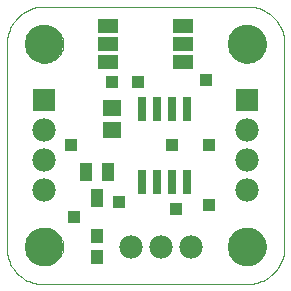
<source format=gts>
G75*
G70*
%OFA0B0*%
%FSLAX24Y24*%
%IPPOS*%
%LPD*%
%AMOC8*
5,1,8,0,0,1.08239X$1,22.5*
%
%ADD10C,0.0000*%
%ADD11C,0.1290*%
%ADD12R,0.0780X0.0780*%
%ADD13C,0.0780*%
%ADD14R,0.0434X0.0473*%
%ADD15R,0.0300X0.0840*%
%ADD16R,0.0670X0.0500*%
%ADD17R,0.0434X0.0591*%
%ADD18R,0.0631X0.0552*%
%ADD19R,0.0396X0.0396*%
D10*
X000536Y001785D02*
X000534Y001719D01*
X000536Y001653D01*
X000542Y001587D01*
X000551Y001521D01*
X000564Y001456D01*
X000581Y001391D01*
X000601Y001328D01*
X000625Y001266D01*
X000652Y001206D01*
X000683Y001147D01*
X000717Y001089D01*
X000754Y001034D01*
X000794Y000981D01*
X000837Y000931D01*
X000882Y000882D01*
X000931Y000837D01*
X000981Y000794D01*
X001034Y000754D01*
X001089Y000717D01*
X001147Y000683D01*
X001206Y000652D01*
X001266Y000625D01*
X001328Y000601D01*
X001391Y000581D01*
X001456Y000564D01*
X001521Y000551D01*
X001587Y000542D01*
X001653Y000536D01*
X001719Y000534D01*
X001785Y000536D01*
X001785Y000535D02*
X008535Y000535D01*
X008603Y000537D01*
X008670Y000542D01*
X008737Y000551D01*
X008804Y000564D01*
X008869Y000581D01*
X008934Y000600D01*
X008998Y000624D01*
X009060Y000651D01*
X009121Y000681D01*
X009179Y000714D01*
X009236Y000750D01*
X009291Y000790D01*
X009344Y000832D01*
X009395Y000878D01*
X009442Y000925D01*
X009488Y000976D01*
X009530Y001029D01*
X009570Y001084D01*
X009606Y001141D01*
X009639Y001199D01*
X009669Y001260D01*
X009696Y001322D01*
X009720Y001386D01*
X009739Y001451D01*
X009756Y001516D01*
X009769Y001583D01*
X009778Y001650D01*
X009783Y001717D01*
X009785Y001785D01*
X009785Y008535D01*
X009783Y008603D01*
X009778Y008670D01*
X009769Y008737D01*
X009756Y008804D01*
X009739Y008869D01*
X009720Y008934D01*
X009696Y008998D01*
X009669Y009060D01*
X009639Y009121D01*
X009606Y009179D01*
X009570Y009236D01*
X009530Y009291D01*
X009488Y009344D01*
X009442Y009395D01*
X009395Y009442D01*
X009344Y009488D01*
X009291Y009530D01*
X009236Y009570D01*
X009179Y009606D01*
X009121Y009639D01*
X009060Y009669D01*
X008998Y009696D01*
X008934Y009720D01*
X008869Y009739D01*
X008804Y009756D01*
X008737Y009769D01*
X008670Y009778D01*
X008603Y009783D01*
X008535Y009785D01*
X001785Y009785D01*
X001160Y008535D02*
X001162Y008585D01*
X001168Y008634D01*
X001178Y008683D01*
X001191Y008730D01*
X001209Y008777D01*
X001230Y008822D01*
X001254Y008865D01*
X001282Y008906D01*
X001313Y008945D01*
X001347Y008981D01*
X001384Y009015D01*
X001424Y009045D01*
X001465Y009072D01*
X001509Y009096D01*
X001554Y009116D01*
X001601Y009132D01*
X001649Y009145D01*
X001698Y009154D01*
X001748Y009159D01*
X001797Y009160D01*
X001847Y009157D01*
X001896Y009150D01*
X001945Y009139D01*
X001992Y009125D01*
X002038Y009106D01*
X002083Y009084D01*
X002126Y009059D01*
X002166Y009030D01*
X002204Y008998D01*
X002240Y008964D01*
X002273Y008926D01*
X002302Y008886D01*
X002328Y008844D01*
X002351Y008800D01*
X002370Y008754D01*
X002386Y008707D01*
X002398Y008658D01*
X002406Y008609D01*
X002410Y008560D01*
X002410Y008510D01*
X002406Y008461D01*
X002398Y008412D01*
X002386Y008363D01*
X002370Y008316D01*
X002351Y008270D01*
X002328Y008226D01*
X002302Y008184D01*
X002273Y008144D01*
X002240Y008106D01*
X002204Y008072D01*
X002166Y008040D01*
X002126Y008011D01*
X002083Y007986D01*
X002038Y007964D01*
X001992Y007945D01*
X001945Y007931D01*
X001896Y007920D01*
X001847Y007913D01*
X001797Y007910D01*
X001748Y007911D01*
X001698Y007916D01*
X001649Y007925D01*
X001601Y007938D01*
X001554Y007954D01*
X001509Y007974D01*
X001465Y007998D01*
X001424Y008025D01*
X001384Y008055D01*
X001347Y008089D01*
X001313Y008125D01*
X001282Y008164D01*
X001254Y008205D01*
X001230Y008248D01*
X001209Y008293D01*
X001191Y008340D01*
X001178Y008387D01*
X001168Y008436D01*
X001162Y008485D01*
X001160Y008535D01*
X000535Y008535D02*
X000535Y001785D01*
X001160Y001785D02*
X001162Y001835D01*
X001168Y001884D01*
X001178Y001933D01*
X001191Y001980D01*
X001209Y002027D01*
X001230Y002072D01*
X001254Y002115D01*
X001282Y002156D01*
X001313Y002195D01*
X001347Y002231D01*
X001384Y002265D01*
X001424Y002295D01*
X001465Y002322D01*
X001509Y002346D01*
X001554Y002366D01*
X001601Y002382D01*
X001649Y002395D01*
X001698Y002404D01*
X001748Y002409D01*
X001797Y002410D01*
X001847Y002407D01*
X001896Y002400D01*
X001945Y002389D01*
X001992Y002375D01*
X002038Y002356D01*
X002083Y002334D01*
X002126Y002309D01*
X002166Y002280D01*
X002204Y002248D01*
X002240Y002214D01*
X002273Y002176D01*
X002302Y002136D01*
X002328Y002094D01*
X002351Y002050D01*
X002370Y002004D01*
X002386Y001957D01*
X002398Y001908D01*
X002406Y001859D01*
X002410Y001810D01*
X002410Y001760D01*
X002406Y001711D01*
X002398Y001662D01*
X002386Y001613D01*
X002370Y001566D01*
X002351Y001520D01*
X002328Y001476D01*
X002302Y001434D01*
X002273Y001394D01*
X002240Y001356D01*
X002204Y001322D01*
X002166Y001290D01*
X002126Y001261D01*
X002083Y001236D01*
X002038Y001214D01*
X001992Y001195D01*
X001945Y001181D01*
X001896Y001170D01*
X001847Y001163D01*
X001797Y001160D01*
X001748Y001161D01*
X001698Y001166D01*
X001649Y001175D01*
X001601Y001188D01*
X001554Y001204D01*
X001509Y001224D01*
X001465Y001248D01*
X001424Y001275D01*
X001384Y001305D01*
X001347Y001339D01*
X001313Y001375D01*
X001282Y001414D01*
X001254Y001455D01*
X001230Y001498D01*
X001209Y001543D01*
X001191Y001590D01*
X001178Y001637D01*
X001168Y001686D01*
X001162Y001735D01*
X001160Y001785D01*
X000535Y008535D02*
X000537Y008603D01*
X000542Y008670D01*
X000551Y008737D01*
X000564Y008804D01*
X000581Y008869D01*
X000600Y008934D01*
X000624Y008998D01*
X000651Y009060D01*
X000681Y009121D01*
X000714Y009179D01*
X000750Y009236D01*
X000790Y009291D01*
X000832Y009344D01*
X000878Y009395D01*
X000925Y009442D01*
X000976Y009488D01*
X001029Y009530D01*
X001084Y009570D01*
X001141Y009606D01*
X001199Y009639D01*
X001260Y009669D01*
X001322Y009696D01*
X001386Y009720D01*
X001451Y009739D01*
X001516Y009756D01*
X001583Y009769D01*
X001650Y009778D01*
X001717Y009783D01*
X001785Y009785D01*
X007910Y008535D02*
X007912Y008585D01*
X007918Y008634D01*
X007928Y008683D01*
X007941Y008730D01*
X007959Y008777D01*
X007980Y008822D01*
X008004Y008865D01*
X008032Y008906D01*
X008063Y008945D01*
X008097Y008981D01*
X008134Y009015D01*
X008174Y009045D01*
X008215Y009072D01*
X008259Y009096D01*
X008304Y009116D01*
X008351Y009132D01*
X008399Y009145D01*
X008448Y009154D01*
X008498Y009159D01*
X008547Y009160D01*
X008597Y009157D01*
X008646Y009150D01*
X008695Y009139D01*
X008742Y009125D01*
X008788Y009106D01*
X008833Y009084D01*
X008876Y009059D01*
X008916Y009030D01*
X008954Y008998D01*
X008990Y008964D01*
X009023Y008926D01*
X009052Y008886D01*
X009078Y008844D01*
X009101Y008800D01*
X009120Y008754D01*
X009136Y008707D01*
X009148Y008658D01*
X009156Y008609D01*
X009160Y008560D01*
X009160Y008510D01*
X009156Y008461D01*
X009148Y008412D01*
X009136Y008363D01*
X009120Y008316D01*
X009101Y008270D01*
X009078Y008226D01*
X009052Y008184D01*
X009023Y008144D01*
X008990Y008106D01*
X008954Y008072D01*
X008916Y008040D01*
X008876Y008011D01*
X008833Y007986D01*
X008788Y007964D01*
X008742Y007945D01*
X008695Y007931D01*
X008646Y007920D01*
X008597Y007913D01*
X008547Y007910D01*
X008498Y007911D01*
X008448Y007916D01*
X008399Y007925D01*
X008351Y007938D01*
X008304Y007954D01*
X008259Y007974D01*
X008215Y007998D01*
X008174Y008025D01*
X008134Y008055D01*
X008097Y008089D01*
X008063Y008125D01*
X008032Y008164D01*
X008004Y008205D01*
X007980Y008248D01*
X007959Y008293D01*
X007941Y008340D01*
X007928Y008387D01*
X007918Y008436D01*
X007912Y008485D01*
X007910Y008535D01*
X007910Y001785D02*
X007912Y001835D01*
X007918Y001884D01*
X007928Y001933D01*
X007941Y001980D01*
X007959Y002027D01*
X007980Y002072D01*
X008004Y002115D01*
X008032Y002156D01*
X008063Y002195D01*
X008097Y002231D01*
X008134Y002265D01*
X008174Y002295D01*
X008215Y002322D01*
X008259Y002346D01*
X008304Y002366D01*
X008351Y002382D01*
X008399Y002395D01*
X008448Y002404D01*
X008498Y002409D01*
X008547Y002410D01*
X008597Y002407D01*
X008646Y002400D01*
X008695Y002389D01*
X008742Y002375D01*
X008788Y002356D01*
X008833Y002334D01*
X008876Y002309D01*
X008916Y002280D01*
X008954Y002248D01*
X008990Y002214D01*
X009023Y002176D01*
X009052Y002136D01*
X009078Y002094D01*
X009101Y002050D01*
X009120Y002004D01*
X009136Y001957D01*
X009148Y001908D01*
X009156Y001859D01*
X009160Y001810D01*
X009160Y001760D01*
X009156Y001711D01*
X009148Y001662D01*
X009136Y001613D01*
X009120Y001566D01*
X009101Y001520D01*
X009078Y001476D01*
X009052Y001434D01*
X009023Y001394D01*
X008990Y001356D01*
X008954Y001322D01*
X008916Y001290D01*
X008876Y001261D01*
X008833Y001236D01*
X008788Y001214D01*
X008742Y001195D01*
X008695Y001181D01*
X008646Y001170D01*
X008597Y001163D01*
X008547Y001160D01*
X008498Y001161D01*
X008448Y001166D01*
X008399Y001175D01*
X008351Y001188D01*
X008304Y001204D01*
X008259Y001224D01*
X008215Y001248D01*
X008174Y001275D01*
X008134Y001305D01*
X008097Y001339D01*
X008063Y001375D01*
X008032Y001414D01*
X008004Y001455D01*
X007980Y001498D01*
X007959Y001543D01*
X007941Y001590D01*
X007928Y001637D01*
X007918Y001686D01*
X007912Y001735D01*
X007910Y001785D01*
D11*
X008535Y001785D03*
X008535Y008535D03*
X001785Y008535D03*
X001785Y001785D03*
D12*
X001785Y006660D03*
X008535Y006660D03*
D13*
X008535Y005660D03*
X008535Y004660D03*
X008535Y003660D03*
X006660Y001785D03*
X005660Y001785D03*
X004660Y001785D03*
X001785Y003660D03*
X001785Y004660D03*
X001785Y005660D03*
D14*
X003535Y002120D03*
X003535Y001450D03*
D15*
X005035Y003950D03*
X005535Y003950D03*
X006035Y003950D03*
X006535Y003950D03*
X006535Y006370D03*
X006035Y006370D03*
X005535Y006370D03*
X005035Y006370D03*
D16*
X003910Y007935D03*
X003910Y008535D03*
X003910Y009135D03*
X006410Y009135D03*
X006410Y008535D03*
X006410Y007935D03*
D17*
X003909Y004281D03*
X003161Y004281D03*
X003535Y003414D03*
D18*
X004035Y005661D03*
X004035Y006409D03*
D19*
X004035Y007285D03*
X004910Y007285D03*
X006035Y005160D03*
X007285Y005160D03*
X007285Y003160D03*
X006160Y003035D03*
X004285Y003285D03*
X002785Y002785D03*
X002660Y005160D03*
X007160Y007348D03*
M02*

</source>
